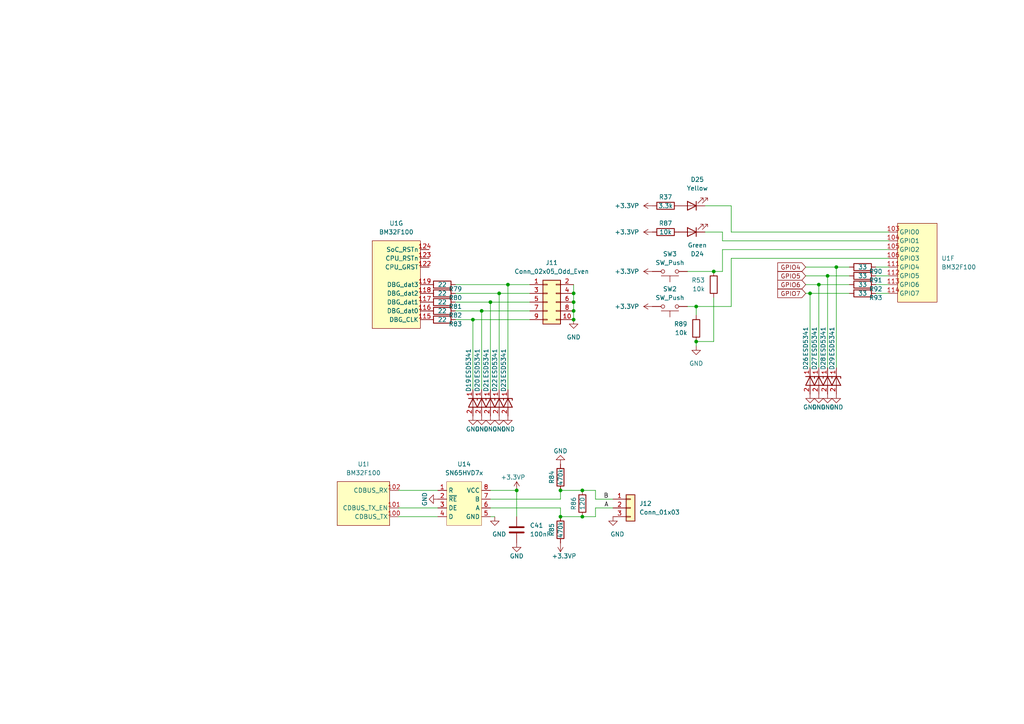
<source format=kicad_sch>
(kicad_sch (version 20211123) (generator eeschema)
  (paper "A4")
  (title_block (title "Debug ports") (company "Drawn by t123yh") (comment 1 "Eval board for BM32F100"))
  (junction (at 139.7 90.17))
  (junction (at 201.93 88.9))
  (junction (at 240.03 80.01))
  (junction (at 162.56 149.86) (diameter 0.9144))
  (junction (at 166.37 87.63))
  (junction (at 166.37 90.17))
  (junction (at 144.78 85.09))
  (junction (at 168.91 149.86) (diameter 0.9144))
  (junction (at 168.91 142.24) (diameter 0.9144))
  (junction (at 234.95 85.09))
  (junction (at 242.57 77.47))
  (junction (at 166.37 85.09))
  (junction (at 149.86 142.24))
  (junction (at 207.01 78.74))
  (junction (at 142.24 87.63))
  (junction (at 166.37 92.71))
  (junction (at 237.49 82.55))
  (junction (at 201.93 99.06))
  (junction (at 137.16 92.71))
  (junction (at 147.32 82.55))
  (junction (at 162.56 142.24) (diameter 0.9144))
  (wire (pts (xy 139.7 90.17) (xy 139.7 113.03)))
  (wire (pts (xy 147.32 82.55) (xy 147.32 113.03)))
  (wire (pts (xy 240.03 80.01) (xy 240.03 106.68)))
  (wire (pts (xy 254 77.47) (xy 257.81 77.47)))
  (wire (pts (xy 237.49 82.55) (xy 246.38 82.55)))
  (wire (pts (xy 207.01 78.74) (xy 209.55 78.74)))
  (wire (pts (xy 144.78 85.09) (xy 153.67 85.09)))
  (wire (pts (xy 132.08 85.09) (xy 144.78 85.09)))
  (wire (pts (xy 137.16 92.71) (xy 153.67 92.71)))
  (wire (pts (xy 132.08 92.71) (xy 137.16 92.71)))
  (wire (pts (xy 172.72 149.86) (xy 168.91 149.86)))
  (wire (pts (xy 142.24 144.78) (xy 162.56 144.78)))
  (wire (pts (xy 168.91 142.24) (xy 162.56 142.24)))
  (wire (pts (xy 201.93 100.33) (xy 201.93 99.06)))
  (wire (pts (xy 254 82.55) (xy 257.81 82.55)))
  (wire (pts (xy 254 80.01) (xy 257.81 80.01)))
  (wire (pts (xy 144.78 85.09) (xy 144.78 113.03)))
  (wire (pts (xy 172.72 142.24) (xy 168.91 142.24)))
  (wire (pts (xy 149.86 142.24) (xy 149.86 149.86)))
  (wire (pts (xy 172.72 144.78) (xy 172.72 142.24)))
  (wire (pts (xy 212.09 59.69) (xy 212.09 67.31)))
  (wire (pts (xy 147.32 82.55) (xy 153.67 82.55)))
  (wire (pts (xy 132.08 82.55) (xy 147.32 82.55)))
  (wire (pts (xy 199.39 78.74) (xy 207.01 78.74)))
  (wire (pts (xy 177.8 147.32) (xy 172.72 147.32)))
  (wire (pts (xy 207.01 99.06) (xy 201.93 99.06)))
  (wire (pts (xy 162.56 142.24) (xy 162.56 144.78)))
  (wire (pts (xy 115.57 149.86) (xy 127 149.86)))
  (wire (pts (xy 209.55 72.39) (xy 257.81 72.39)))
  (wire (pts (xy 209.55 78.74) (xy 209.55 72.39)))
  (wire (pts (xy 201.93 91.44) (xy 201.93 88.9)))
  (wire (pts (xy 201.93 88.9) (xy 199.39 88.9)))
  (wire (pts (xy 242.57 77.47) (xy 233.68 77.47)))
  (wire (pts (xy 234.95 85.09) (xy 234.95 106.68)))
  (wire (pts (xy 234.95 85.09) (xy 246.38 85.09)))
  (wire (pts (xy 207.01 86.36) (xy 207.01 99.06)))
  (wire (pts (xy 242.57 77.47) (xy 242.57 106.68)))
  (wire (pts (xy 242.57 77.47) (xy 246.38 77.47)))
  (wire (pts (xy 142.24 149.86) (xy 143.51 149.86)))
  (wire (pts (xy 237.49 82.55) (xy 233.68 82.55)))
  (wire (pts (xy 137.16 92.71) (xy 137.16 113.03)))
  (wire (pts (xy 115.57 147.32) (xy 127 147.32)))
  (wire (pts (xy 204.47 59.69) (xy 212.09 59.69)))
  (wire (pts (xy 162.56 147.32) (xy 162.56 149.86)))
  (wire (pts (xy 212.09 67.31) (xy 257.81 67.31)))
  (wire (pts (xy 254 85.09) (xy 257.81 85.09)))
  (wire (pts (xy 240.03 80.01) (xy 246.38 80.01)))
  (wire (pts (xy 237.49 82.55) (xy 237.49 106.68)))
  (wire (pts (xy 139.7 90.17) (xy 153.67 90.17)))
  (wire (pts (xy 132.08 90.17) (xy 139.7 90.17)))
  (wire (pts (xy 142.24 87.63) (xy 153.67 87.63)))
  (wire (pts (xy 132.08 87.63) (xy 142.24 87.63)))
  (wire (pts (xy 142.24 147.32) (xy 162.56 147.32)))
  (wire (pts (xy 257.81 74.93) (xy 212.09 74.93)))
  (wire (pts (xy 212.09 88.9) (xy 201.93 88.9)))
  (wire (pts (xy 212.09 74.93) (xy 212.09 88.9)))
  (wire (pts (xy 166.37 85.09) (xy 166.37 87.63)))
  (wire (pts (xy 166.37 82.55) (xy 166.37 85.09)))
  (wire (pts (xy 166.37 87.63) (xy 166.37 90.17)))
  (wire (pts (xy 166.37 90.17) (xy 166.37 92.71)))
  (wire (pts (xy 240.03 80.01) (xy 233.68 80.01)))
  (wire (pts (xy 142.24 142.24) (xy 149.86 142.24)))
  (wire (pts (xy 168.91 149.86) (xy 162.56 149.86)))
  (wire (pts (xy 257.81 69.85) (xy 209.55 69.85)))
  (wire (pts (xy 209.55 67.31) (xy 204.47 67.31)))
  (wire (pts (xy 209.55 69.85) (xy 209.55 67.31)))
  (wire (pts (xy 142.24 87.63) (xy 142.24 113.03)))
  (wire (pts (xy 115.57 142.24) (xy 127 142.24)))
  (wire (pts (xy 172.72 147.32) (xy 172.72 149.86)))
  (wire (pts (xy 177.8 144.78) (xy 172.72 144.78)))
  (wire (pts (xy 234.95 85.09) (xy 233.68 85.09)))
  (label "B" (at 176.53 144.78 180))
  (label "A" (at 176.53 147.32 180))
  (global_label "GPIO4" (shape input) (at 233.68 77.47 180) (property "插入图纸页参考" "${INTERSHEET_REFS}" (effects hide)))
  (global_label "GPIO7" (shape input) (at 233.68 85.09 180) (property "插入图纸页参考" "${INTERSHEET_REFS}" (effects hide)))
  (global_label "GPIO6" (shape input) (at 233.68 82.55 180) (property "插入图纸页参考" "${INTERSHEET_REFS}" (effects hide)))
  (global_label "GPIO5" (shape input) (at 233.68 80.01 180) (property "插入图纸页参考" "${INTERSHEET_REFS}" (effects hide)))
  (symbol (lib_id "power:GND") (at 240.03 114.3 0) (unit 1)
    (property "Reference" "#PWR0142" (effects hide))
    (property "Value" "GND" (at 240.03 118.11 0))
  )
  (symbol (lib_id "Device:R") (at 250.19 80.01 270) (unit 1)
    (property "Reference" "R91" (at 254 81.28 90))
    (property "Value" "33" (at 250.19 80.01 90))
    (property "Footprint" "lc:0402_R" (effects hide))
  )
  (symbol (lib_id "t123yh_lib2:BM32F100") (at 109.22 139.7 0) (unit 9)
    (property "Reference" "U1" (at 105.41 134.62 0))
    (property "Value" "BM32F100" (at 105.41 137.16 0))
    (property "Footprint" "Package_QFP:VQFP-176_20x20mm_P0.4mm" (effects hide))
  )
  (symbol (lib_name "BM32F100_2") (lib_id "t123yh_lib2:BM32F100") (at 118.11 95.25 180) (unit 7)
    (property "Reference" "U1" (at 114.935 64.77 0))
    (property "Value" "BM32F100" (at 114.935 67.31 0))
    (property "Footprint" "Package_QFP:VQFP-176_20x20mm_P0.4mm" (effects hide))
  )
  (symbol (lib_id "Device:R") (at 128.27 90.17 270) (unit 1)
    (property "Reference" "R82" (at 132.08 91.44 90))
    (property "Value" "22" (at 128.27 90.17 90))
    (property "Footprint" "lc:0402_R" (effects hide))
  )
  (symbol (lib_id "power:+3.3VP") (at 189.23 59.69 90) (unit 1)
    (property "Reference" "#PWR0157" (effects hide))
    (property "Value" "+3.3VP" (at 185.42 59.6901 90) (effects (justify left)))
  )
  (symbol (lib_id "power:+3.3VP") (at 189.23 78.74 90) (unit 1)
    (property "Reference" "#PWR0136" (effects hide))
    (property "Value" "+3.3VP" (at 185.42 78.7401 90) (effects (justify left)))
  )
  (symbol (lib_id "Device:R") (at 168.91 146.05 180) (unit 1)
    (property "Reference" "R86" (at 166.37 146.05 90))
    (property "Value" "120" (at 168.91 146.05 90))
    (property "Footprint" "lc:0402_R" (effects hide))
  )
  (symbol (lib_id "Device:R") (at 207.01 82.55 180) (unit 1)
    (property "Reference" "R53" (at 204.47 81.2799 0) (effects (justify left)))
    (property "Value" "10k" (at 204.47 83.8199 0) (effects (justify left)))
    (property "Footprint" "lc:0402_R" (effects hide))
  )
  (symbol (lib_id "power:GND") (at 142.24 120.65 0) (unit 1)
    (property "Reference" "#PWR0125" (effects hide))
    (property "Value" "GND" (at 142.24 124.46 0))
  )
  (symbol (lib_id "Device:R") (at 162.56 153.67 180) (unit 1)
    (property "Reference" "R85" (at 160.02 153.67 90))
    (property "Value" "470k" (at 162.56 153.67 90))
    (property "Footprint" "lc:0402_R" (effects hide))
  )
  (symbol (lib_id "power:GND") (at 201.93 100.33 0) (unit 1)
    (property "Reference" "#PWR0138" (effects hide))
    (property "Value" "GND" (at 201.93 105.41 0))
  )
  (symbol (lib_id "Device:LED") (at 200.66 67.31 180) (unit 1)
    (property "Reference" "D24" (at 202.2475 73.66 0))
    (property "Value" "Green" (at 202.2475 71.12 0))
    (property "Footprint" "lc:0805_LED_S1_NUM" (effects hide))
  )
  (symbol (lib_id "Device:C") (at 149.86 153.67 0) (unit 1)
    (property "Reference" "C41" (at 153.67 152.4 0) (effects (justify left)))
    (property "Value" "100nF" (at 153.67 154.94 0) (effects (justify left)))
    (property "Footprint" "lc:0402_C" (effects hide))
  )
  (symbol (lib_id "Device:R") (at 193.04 67.31 90) (unit 1)
    (property "Reference" "R87" (at 193.04 64.77 90))
    (property "Value" "10k" (at 193.04 67.31 90))
    (property "Footprint" "lc:0402_R" (effects hide))
  )
  (symbol (lib_id "Proj:ESD5341") (at 243.84 110.49 270) (unit 1)
    (property "Reference" "D29" (at 241.3 105.41 0))
    (property "Value" "ESD5341" (at 241.3 99.06 0))
    (property "Footprint" "lc:0402_R" (effects hide))
    (property "Datasheet" "https://atta.szlcsc.com//upload/public/pdf/source/20210810/2DDCDF1A44B03077ACF95A0CE0A02844.pdf" (effects hide))
  )
  (symbol (lib_id "MemblazeExpander:SN65HVD7x") (at 134.62 146.05 0) (unit 1)
    (property "Reference" "U14" (at 134.62 134.62 0))
    (property "Value" "SN65HVD7x" (at 134.62 137.16 0))
    (property "Footprint" "Package_SO:SOIC-8_3.9x4.9mm_P1.27mm" (effects hide))
  )
  (symbol (lib_id "Device:R") (at 128.27 87.63 270) (unit 1)
    (property "Reference" "R81" (at 132.08 88.9 90))
    (property "Value" "22" (at 128.27 87.63 90))
    (property "Footprint" "lc:0402_R" (effects hide))
  )
  (symbol (lib_name "BM32F100_1") (lib_id "t123yh_lib2:BM32F100") (at 266.7 64.77 0) (unit 6)
    (property "Reference" "U1" (at 273.05 74.9299 0) (effects (justify left)))
    (property "Value" "BM32F100" (at 273.05 77.4699 0) (effects (justify left)))
    (property "Footprint" "Package_QFP:VQFP-176_20x20mm_P0.4mm" (effects hide))
  )
  (symbol (lib_id "Proj:ESD5341") (at 143.51 116.84 270) (unit 1)
    (property "Reference" "D21" (at 140.97 111.76 0))
    (property "Value" "ESD5341" (at 140.97 105.41 0))
    (property "Footprint" "lc:0402_R" (effects hide))
    (property "Datasheet" "https://atta.szlcsc.com//upload/public/pdf/source/20210810/2DDCDF1A44B03077ACF95A0CE0A02844.pdf" (effects hide))
  )
  (symbol (lib_id "Device:R") (at 250.19 82.55 270) (unit 1)
    (property "Reference" "R92" (at 254 83.82 90))
    (property "Value" "33" (at 250.19 82.55 90))
    (property "Footprint" "lc:0402_R" (effects hide))
  )
  (symbol (lib_id "Device:R") (at 250.19 85.09 270) (unit 1)
    (property "Reference" "R93" (at 254 86.36 90))
    (property "Value" "33" (at 250.19 85.09 90))
    (property "Footprint" "lc:0402_R" (effects hide))
  )
  (symbol (lib_id "Device:R") (at 128.27 85.09 270) (unit 1)
    (property "Reference" "R80" (at 132.08 86.36 90))
    (property "Value" "22" (at 128.27 85.09 90))
    (property "Footprint" "lc:0402_R" (effects hide))
  )
  (symbol (lib_id "power:GND") (at 144.78 120.65 0) (unit 1)
    (property "Reference" "#PWR0127" (effects hide))
    (property "Value" "GND" (at 144.78 124.46 0))
  )
  (symbol (lib_id "power:GND") (at 234.95 114.3 0) (unit 1)
    (property "Reference" "#PWR0140" (effects hide))
    (property "Value" "GND" (at 234.95 118.11 0))
  )
  (symbol (lib_id "power:GND") (at 237.49 114.3 0) (unit 1)
    (property "Reference" "#PWR0141" (effects hide))
    (property "Value" "GND" (at 237.49 118.11 0))
  )
  (symbol (lib_id "Device:R") (at 128.27 92.71 270) (unit 1)
    (property "Reference" "R83" (at 132.08 93.98 90))
    (property "Value" "22" (at 128.27 92.71 90))
    (property "Footprint" "lc:0402_R" (effects hide))
  )
  (symbol (lib_id "Proj:ESD5341") (at 238.76 110.49 270) (unit 1)
    (property "Reference" "D27" (at 236.22 105.41 0))
    (property "Value" "ESD5341" (at 236.22 99.06 0))
    (property "Footprint" "lc:0402_R" (effects hide))
    (property "Datasheet" "https://atta.szlcsc.com//upload/public/pdf/source/20210810/2DDCDF1A44B03077ACF95A0CE0A02844.pdf" (effects hide))
  )
  (symbol (lib_id "power:GND") (at 162.56 134.62 180) (unit 1)
    (property "Reference" "#PWR0131" (effects hide))
    (property "Value" "GND" (at 162.56 130.81 0))
  )
  (symbol (lib_id "Proj:ESD5341") (at 241.3 110.49 270) (unit 1)
    (property "Reference" "D28" (at 238.76 105.41 0))
    (property "Value" "ESD5341" (at 238.76 99.06 0))
    (property "Footprint" "lc:0402_R" (effects hide))
    (property "Datasheet" "https://atta.szlcsc.com//upload/public/pdf/source/20210810/2DDCDF1A44B03077ACF95A0CE0A02844.pdf" (effects hide))
  )
  (symbol (lib_id "power:GND") (at 166.37 92.71 0) (unit 1)
    (property "Reference" "#PWR0133" (effects hide))
    (property "Value" "GND" (at 166.37 97.79 0))
  )
  (symbol (lib_id "Device:R") (at 128.27 82.55 270) (unit 1)
    (property "Reference" "R79" (at 132.08 83.82 90))
    (property "Value" "22" (at 128.27 82.55 90))
    (property "Footprint" "lc:0402_R" (effects hide))
  )
  (symbol (lib_id "Device:LED") (at 200.66 59.69 180) (unit 1)
    (property "Reference" "D25" (at 202.2475 52.07 0))
    (property "Value" "Yellow" (at 202.2475 54.61 0))
    (property "Footprint" "lc:0805_LED_S1_NUM" (effects hide))
  )
  (symbol (lib_id "power:GND") (at 242.57 114.3 0) (unit 1)
    (property "Reference" "#PWR0143" (effects hide))
    (property "Value" "GND" (at 242.57 118.11 0))
  )
  (symbol (lib_id "Proj:ESD5341") (at 140.97 116.84 270) (unit 1)
    (property "Reference" "D20" (at 138.43 111.76 0))
    (property "Value" "ESD5341" (at 138.43 105.41 0))
    (property "Footprint" "lc:0402_R" (effects hide))
    (property "Datasheet" "https://atta.szlcsc.com//upload/public/pdf/source/20210810/2DDCDF1A44B03077ACF95A0CE0A02844.pdf" (effects hide))
  )
  (symbol (lib_id "Device:R") (at 162.56 138.43 180) (unit 1)
    (property "Reference" "R84" (at 160.02 138.43 90))
    (property "Value" "470k" (at 162.56 138.43 90))
    (property "Footprint" "lc:0402_R" (effects hide))
  )
  (symbol (lib_id "Proj:ESD5341") (at 236.22 110.49 270) (unit 1)
    (property "Reference" "D26" (at 233.68 105.41 0))
    (property "Value" "ESD5341" (at 233.68 99.06 0))
    (property "Footprint" "lc:0402_R" (effects hide))
    (property "Datasheet" "https://atta.szlcsc.com//upload/public/pdf/source/20210810/2DDCDF1A44B03077ACF95A0CE0A02844.pdf" (effects hide))
  )
  (symbol (lib_id "Connector_Generic:Conn_01x03") (at 182.88 147.32 0) (unit 1)
    (property "Reference" "J12" (at 185.42 146.0499 0) (effects (justify left)))
    (property "Value" "Conn_01x03" (at 185.42 148.5899 0) (effects (justify left)))
    (property "Footprint" "Connector_PinSocket_2.54mm:PinSocket_1x03_P2.54mm_Vertical" (effects hide))
  )
  (symbol (lib_id "Switch:SW_Push") (at 194.31 78.74 180) (unit 1)
    (property "Reference" "SW3" (at 194.31 73.66 0))
    (property "Value" "SW_Push" (at 194.31 76.2 0))
    (property "Footprint" "Button_Switch_SMD:SW_Push_SPST_NO_Alps_SKRK" (effects hide))
  )
  (symbol (lib_id "Proj:ESD5341") (at 146.05 116.84 270) (unit 1)
    (property "Reference" "D22" (at 143.51 111.76 0))
    (property "Value" "ESD5341" (at 143.51 105.41 0))
    (property "Footprint" "lc:0402_R" (effects hide))
    (property "Datasheet" "https://atta.szlcsc.com//upload/public/pdf/source/20210810/2DDCDF1A44B03077ACF95A0CE0A02844.pdf" (effects hide))
  )
  (symbol (lib_id "power:GND") (at 149.86 157.48 0) (unit 1)
    (property "Reference" "#PWR0130" (effects hide))
    (property "Value" "GND" (at 149.86 161.29 0))
  )
  (symbol (lib_id "power:+3.3VP") (at 149.86 142.24 0) (unit 1)
    (property "Reference" "#PWR0129" (effects hide))
    (property "Value" "+3.3VP" (at 152.4 138.43 0) (effects (justify right)))
  )
  (symbol (lib_id "Device:R") (at 193.04 59.69 90) (unit 1)
    (property "Reference" "R37" (at 193.04 57.15 90))
    (property "Value" "3.3k" (at 193.04 59.69 90))
    (property "Footprint" "lc:0402_R" (effects hide))
  )
  (symbol (lib_id "power:GND") (at 127 144.78 270) (unit 1)
    (property "Reference" "#PWR0122" (effects hide))
    (property "Value" "GND" (at 123.19 144.78 0))
  )
  (symbol (lib_id "Switch:SW_Push") (at 194.31 88.9 180) (unit 1)
    (property "Reference" "SW2" (at 194.31 83.82 0))
    (property "Value" "SW_Push" (at 194.31 86.36 0))
    (property "Footprint" "Button_Switch_SMD:SW_Push_SPST_NO_Alps_SKRK" (effects hide))
  )
  (symbol (lib_id "power:GND") (at 139.7 120.65 0) (unit 1)
    (property "Reference" "#PWR0124" (effects hide))
    (property "Value" "GND" (at 139.7 124.46 0))
  )
  (symbol (lib_id "power:+3.3VP") (at 189.23 88.9 90) (unit 1)
    (property "Reference" "#PWR0137" (effects hide))
    (property "Value" "+3.3VP" (at 185.42 88.9001 90) (effects (justify left)))
  )
  (symbol (lib_id "Proj:ESD5341") (at 148.59 116.84 270) (unit 1)
    (property "Reference" "D23" (at 146.05 111.76 0))
    (property "Value" "ESD5341" (at 146.05 105.41 0))
    (property "Footprint" "lc:0402_R" (effects hide))
    (property "Datasheet" "https://atta.szlcsc.com//upload/public/pdf/source/20210810/2DDCDF1A44B03077ACF95A0CE0A02844.pdf" (effects hide))
  )
  (symbol (lib_id "Connector_Generic:Conn_02x05_Odd_Even") (at 158.75 87.63 0) (unit 1)
    (property "Reference" "J11" (at 160.02 76.2 0))
    (property "Value" "Conn_02x05_Odd_Even" (at 160.02 78.74 0))
    (property "Footprint" "Connector_PinHeader_1.27mm:PinHeader_2x05_P1.27mm_Vertical" (effects hide))
  )
  (symbol (lib_id "power:GND") (at 177.8 149.86 0) (unit 1)
    (property "Reference" "#PWR0134" (effects hide))
    (property "Value" "GND" (at 179.07 154.94 0))
  )
  (symbol (lib_id "power:GND") (at 137.16 120.65 0) (unit 1)
    (property "Reference" "#PWR0123" (effects hide))
    (property "Value" "GND" (at 137.16 124.46 0))
  )
  (symbol (lib_id "power:GND") (at 147.32 120.65 0) (unit 1)
    (property "Reference" "#PWR0128" (effects hide))
    (property "Value" "GND" (at 147.32 124.46 0))
  )
  (symbol (lib_id "Device:R") (at 201.93 95.25 180) (unit 1)
    (property "Reference" "R89" (at 199.39 93.9799 0) (effects (justify left)))
    (property "Value" "10k" (at 199.39 96.5199 0) (effects (justify left)))
    (property "Footprint" "lc:0402_R" (effects hide))
  )
  (symbol (lib_id "Device:R") (at 250.19 77.47 270) (unit 1)
    (property "Reference" "R90" (at 254 78.74 90))
    (property "Value" "33" (at 250.19 77.47 90))
    (property "Footprint" "lc:0402_R" (effects hide))
  )
  (symbol (lib_id "power:+3.3VP") (at 189.23 67.31 90) (unit 1)
    (property "Reference" "#PWR0135" (effects hide))
    (property "Value" "+3.3VP" (at 185.42 67.3101 90) (effects (justify left)))
  )
  (symbol (lib_id "power:GND") (at 143.51 149.86 0) (unit 1)
    (property "Reference" "#PWR0126" (effects hide))
    (property "Value" "GND" (at 144.78 154.94 0))
  )
  (symbol (lib_id "Proj:ESD5341") (at 138.43 116.84 270) (unit 1)
    (property "Reference" "D19" (at 135.89 111.76 0))
    (property "Value" "ESD5341" (at 135.89 105.41 0))
    (property "Footprint" "lc:0402_R" (effects hide))
    (property "Datasheet" "https://atta.szlcsc.com//upload/public/pdf/source/20210810/2DDCDF1A44B03077ACF95A0CE0A02844.pdf" (effects hide))
  )
  (symbol (lib_id "power:+3.3VP") (at 162.56 157.48 180) (unit 1)
    (property "Reference" "#PWR0132" (effects hide))
    (property "Value" "+3.3VP" (at 160.02 161.29 0) (effects (justify right)))
  )
)
</source>
